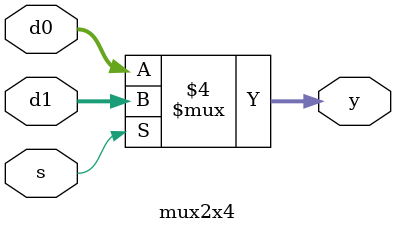
<source format=v>
module mux2x4 (
   input       [3:0] d0,
   input       [3:0] d1,
   input             s,
   output reg  [3:0] y
   );
   
   always @(*)
      if (~s)
         y = d0;
      else
         y = d1;
         
endmodule

</source>
